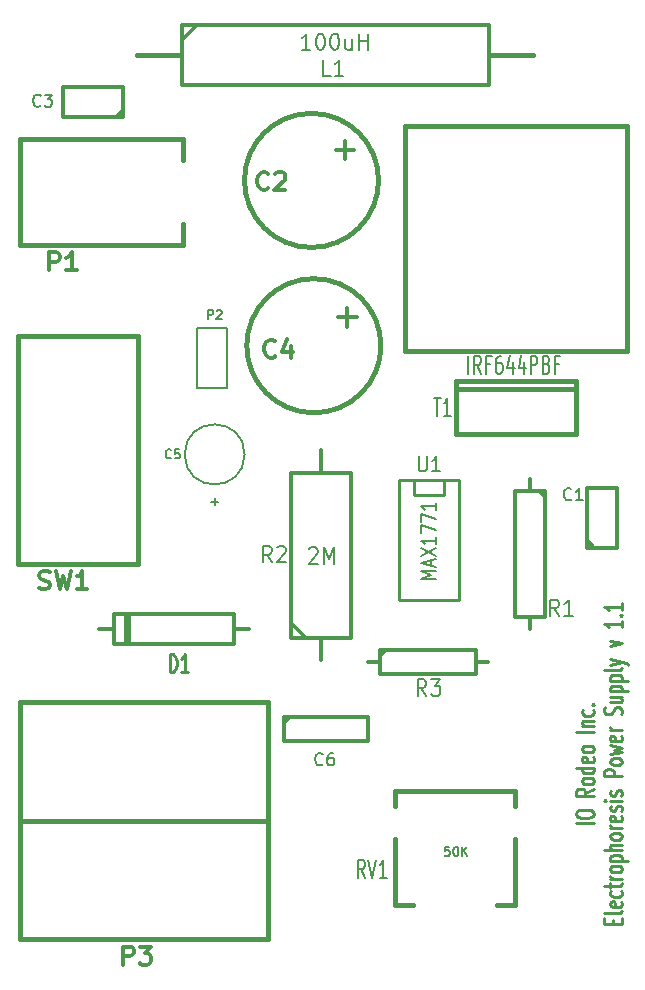
<source format=gto>
G04 (created by PCBNEW-RS274X (2011-nov-30)-testing) date Wed 20 Feb 2013 12:40:59 PM PST*
%MOIN*%
G04 Gerber Fmt 3.4, Leading zero omitted, Abs format*
%FSLAX34Y34*%
G01*
G70*
G90*
G04 APERTURE LIST*
%ADD10C,0.006*%
%ADD11C,0.01*%
%ADD12C,0.015*%
%ADD13C,0.012*%
%ADD14C,0.005*%
%ADD15C,0.008*%
%ADD16C,0.014*%
%ADD17C,0.0075*%
G04 APERTURE END LIST*
G54D10*
G54D11*
X53193Y-58821D02*
X52593Y-58821D01*
X52593Y-58555D02*
X52593Y-58478D01*
X52621Y-58440D01*
X52679Y-58402D01*
X52793Y-58383D01*
X52993Y-58383D01*
X53107Y-58402D01*
X53164Y-58440D01*
X53193Y-58478D01*
X53193Y-58555D01*
X53164Y-58593D01*
X53107Y-58631D01*
X52993Y-58650D01*
X52793Y-58650D01*
X52679Y-58631D01*
X52621Y-58593D01*
X52593Y-58555D01*
X53193Y-57678D02*
X52907Y-57812D01*
X53193Y-57907D02*
X52593Y-57907D01*
X52593Y-57754D01*
X52621Y-57716D01*
X52650Y-57697D01*
X52707Y-57678D01*
X52793Y-57678D01*
X52850Y-57697D01*
X52879Y-57716D01*
X52907Y-57754D01*
X52907Y-57907D01*
X53193Y-57450D02*
X53164Y-57488D01*
X53136Y-57507D01*
X53079Y-57526D01*
X52907Y-57526D01*
X52850Y-57507D01*
X52821Y-57488D01*
X52793Y-57450D01*
X52793Y-57392D01*
X52821Y-57354D01*
X52850Y-57335D01*
X52907Y-57316D01*
X53079Y-57316D01*
X53136Y-57335D01*
X53164Y-57354D01*
X53193Y-57392D01*
X53193Y-57450D01*
X53193Y-56973D02*
X52593Y-56973D01*
X53164Y-56973D02*
X53193Y-57011D01*
X53193Y-57088D01*
X53164Y-57126D01*
X53136Y-57145D01*
X53079Y-57164D01*
X52907Y-57164D01*
X52850Y-57145D01*
X52821Y-57126D01*
X52793Y-57088D01*
X52793Y-57011D01*
X52821Y-56973D01*
X53164Y-56630D02*
X53193Y-56668D01*
X53193Y-56745D01*
X53164Y-56783D01*
X53107Y-56802D01*
X52879Y-56802D01*
X52821Y-56783D01*
X52793Y-56745D01*
X52793Y-56668D01*
X52821Y-56630D01*
X52879Y-56611D01*
X52936Y-56611D01*
X52993Y-56802D01*
X53193Y-56383D02*
X53164Y-56421D01*
X53136Y-56440D01*
X53079Y-56459D01*
X52907Y-56459D01*
X52850Y-56440D01*
X52821Y-56421D01*
X52793Y-56383D01*
X52793Y-56325D01*
X52821Y-56287D01*
X52850Y-56268D01*
X52907Y-56249D01*
X53079Y-56249D01*
X53136Y-56268D01*
X53164Y-56287D01*
X53193Y-56325D01*
X53193Y-56383D01*
X53193Y-55773D02*
X52593Y-55773D01*
X52793Y-55583D02*
X53193Y-55583D01*
X52850Y-55583D02*
X52821Y-55564D01*
X52793Y-55526D01*
X52793Y-55468D01*
X52821Y-55430D01*
X52879Y-55411D01*
X53193Y-55411D01*
X53164Y-55049D02*
X53193Y-55087D01*
X53193Y-55164D01*
X53164Y-55202D01*
X53136Y-55221D01*
X53079Y-55240D01*
X52907Y-55240D01*
X52850Y-55221D01*
X52821Y-55202D01*
X52793Y-55164D01*
X52793Y-55087D01*
X52821Y-55049D01*
X53136Y-54878D02*
X53164Y-54859D01*
X53193Y-54878D01*
X53164Y-54897D01*
X53136Y-54878D01*
X53193Y-54878D01*
X53819Y-62176D02*
X53819Y-62042D01*
X54133Y-61985D02*
X54133Y-62176D01*
X53533Y-62176D01*
X53533Y-61985D01*
X54133Y-61757D02*
X54104Y-61795D01*
X54047Y-61814D01*
X53533Y-61814D01*
X54104Y-61451D02*
X54133Y-61489D01*
X54133Y-61566D01*
X54104Y-61604D01*
X54047Y-61623D01*
X53819Y-61623D01*
X53761Y-61604D01*
X53733Y-61566D01*
X53733Y-61489D01*
X53761Y-61451D01*
X53819Y-61432D01*
X53876Y-61432D01*
X53933Y-61623D01*
X54104Y-61089D02*
X54133Y-61127D01*
X54133Y-61204D01*
X54104Y-61242D01*
X54076Y-61261D01*
X54019Y-61280D01*
X53847Y-61280D01*
X53790Y-61261D01*
X53761Y-61242D01*
X53733Y-61204D01*
X53733Y-61127D01*
X53761Y-61089D01*
X53733Y-60975D02*
X53733Y-60823D01*
X53533Y-60918D02*
X54047Y-60918D01*
X54104Y-60899D01*
X54133Y-60861D01*
X54133Y-60823D01*
X54133Y-60689D02*
X53733Y-60689D01*
X53847Y-60689D02*
X53790Y-60670D01*
X53761Y-60651D01*
X53733Y-60613D01*
X53733Y-60574D01*
X54133Y-60384D02*
X54104Y-60422D01*
X54076Y-60441D01*
X54019Y-60460D01*
X53847Y-60460D01*
X53790Y-60441D01*
X53761Y-60422D01*
X53733Y-60384D01*
X53733Y-60326D01*
X53761Y-60288D01*
X53790Y-60269D01*
X53847Y-60250D01*
X54019Y-60250D01*
X54076Y-60269D01*
X54104Y-60288D01*
X54133Y-60326D01*
X54133Y-60384D01*
X53733Y-60079D02*
X54333Y-60079D01*
X53761Y-60079D02*
X53733Y-60041D01*
X53733Y-59964D01*
X53761Y-59926D01*
X53790Y-59907D01*
X53847Y-59888D01*
X54019Y-59888D01*
X54076Y-59907D01*
X54104Y-59926D01*
X54133Y-59964D01*
X54133Y-60041D01*
X54104Y-60079D01*
X54133Y-59717D02*
X53533Y-59717D01*
X54133Y-59545D02*
X53819Y-59545D01*
X53761Y-59564D01*
X53733Y-59602D01*
X53733Y-59660D01*
X53761Y-59698D01*
X53790Y-59717D01*
X54133Y-59298D02*
X54104Y-59336D01*
X54076Y-59355D01*
X54019Y-59374D01*
X53847Y-59374D01*
X53790Y-59355D01*
X53761Y-59336D01*
X53733Y-59298D01*
X53733Y-59240D01*
X53761Y-59202D01*
X53790Y-59183D01*
X53847Y-59164D01*
X54019Y-59164D01*
X54076Y-59183D01*
X54104Y-59202D01*
X54133Y-59240D01*
X54133Y-59298D01*
X54133Y-58993D02*
X53733Y-58993D01*
X53847Y-58993D02*
X53790Y-58974D01*
X53761Y-58955D01*
X53733Y-58917D01*
X53733Y-58878D01*
X54104Y-58592D02*
X54133Y-58630D01*
X54133Y-58707D01*
X54104Y-58745D01*
X54047Y-58764D01*
X53819Y-58764D01*
X53761Y-58745D01*
X53733Y-58707D01*
X53733Y-58630D01*
X53761Y-58592D01*
X53819Y-58573D01*
X53876Y-58573D01*
X53933Y-58764D01*
X54104Y-58421D02*
X54133Y-58383D01*
X54133Y-58307D01*
X54104Y-58268D01*
X54047Y-58249D01*
X54019Y-58249D01*
X53961Y-58268D01*
X53933Y-58307D01*
X53933Y-58364D01*
X53904Y-58402D01*
X53847Y-58421D01*
X53819Y-58421D01*
X53761Y-58402D01*
X53733Y-58364D01*
X53733Y-58307D01*
X53761Y-58268D01*
X54133Y-58078D02*
X53733Y-58078D01*
X53533Y-58078D02*
X53561Y-58097D01*
X53590Y-58078D01*
X53561Y-58059D01*
X53533Y-58078D01*
X53590Y-58078D01*
X54104Y-57907D02*
X54133Y-57869D01*
X54133Y-57793D01*
X54104Y-57754D01*
X54047Y-57735D01*
X54019Y-57735D01*
X53961Y-57754D01*
X53933Y-57793D01*
X53933Y-57850D01*
X53904Y-57888D01*
X53847Y-57907D01*
X53819Y-57907D01*
X53761Y-57888D01*
X53733Y-57850D01*
X53733Y-57793D01*
X53761Y-57754D01*
X54133Y-57259D02*
X53533Y-57259D01*
X53533Y-57106D01*
X53561Y-57068D01*
X53590Y-57049D01*
X53647Y-57030D01*
X53733Y-57030D01*
X53790Y-57049D01*
X53819Y-57068D01*
X53847Y-57106D01*
X53847Y-57259D01*
X54133Y-56802D02*
X54104Y-56840D01*
X54076Y-56859D01*
X54019Y-56878D01*
X53847Y-56878D01*
X53790Y-56859D01*
X53761Y-56840D01*
X53733Y-56802D01*
X53733Y-56744D01*
X53761Y-56706D01*
X53790Y-56687D01*
X53847Y-56668D01*
X54019Y-56668D01*
X54076Y-56687D01*
X54104Y-56706D01*
X54133Y-56744D01*
X54133Y-56802D01*
X53733Y-56535D02*
X54133Y-56459D01*
X53847Y-56382D01*
X54133Y-56306D01*
X53733Y-56230D01*
X54104Y-55925D02*
X54133Y-55963D01*
X54133Y-56040D01*
X54104Y-56078D01*
X54047Y-56097D01*
X53819Y-56097D01*
X53761Y-56078D01*
X53733Y-56040D01*
X53733Y-55963D01*
X53761Y-55925D01*
X53819Y-55906D01*
X53876Y-55906D01*
X53933Y-56097D01*
X54133Y-55735D02*
X53733Y-55735D01*
X53847Y-55735D02*
X53790Y-55716D01*
X53761Y-55697D01*
X53733Y-55659D01*
X53733Y-55620D01*
X54104Y-55201D02*
X54133Y-55144D01*
X54133Y-55048D01*
X54104Y-55010D01*
X54076Y-54991D01*
X54019Y-54972D01*
X53961Y-54972D01*
X53904Y-54991D01*
X53876Y-55010D01*
X53847Y-55048D01*
X53819Y-55125D01*
X53790Y-55163D01*
X53761Y-55182D01*
X53704Y-55201D01*
X53647Y-55201D01*
X53590Y-55182D01*
X53561Y-55163D01*
X53533Y-55125D01*
X53533Y-55029D01*
X53561Y-54972D01*
X53733Y-54629D02*
X54133Y-54629D01*
X53733Y-54801D02*
X54047Y-54801D01*
X54104Y-54782D01*
X54133Y-54744D01*
X54133Y-54686D01*
X54104Y-54648D01*
X54076Y-54629D01*
X53733Y-54439D02*
X54333Y-54439D01*
X53761Y-54439D02*
X53733Y-54401D01*
X53733Y-54324D01*
X53761Y-54286D01*
X53790Y-54267D01*
X53847Y-54248D01*
X54019Y-54248D01*
X54076Y-54267D01*
X54104Y-54286D01*
X54133Y-54324D01*
X54133Y-54401D01*
X54104Y-54439D01*
X53733Y-54077D02*
X54333Y-54077D01*
X53761Y-54077D02*
X53733Y-54039D01*
X53733Y-53962D01*
X53761Y-53924D01*
X53790Y-53905D01*
X53847Y-53886D01*
X54019Y-53886D01*
X54076Y-53905D01*
X54104Y-53924D01*
X54133Y-53962D01*
X54133Y-54039D01*
X54104Y-54077D01*
X54133Y-53658D02*
X54104Y-53696D01*
X54047Y-53715D01*
X53533Y-53715D01*
X53733Y-53543D02*
X54133Y-53448D01*
X53733Y-53352D02*
X54133Y-53448D01*
X54276Y-53486D01*
X54304Y-53505D01*
X54333Y-53543D01*
X53733Y-52933D02*
X54133Y-52838D01*
X53733Y-52742D01*
X54133Y-52075D02*
X54133Y-52304D01*
X54133Y-52190D02*
X53533Y-52190D01*
X53619Y-52228D01*
X53676Y-52266D01*
X53704Y-52304D01*
X54076Y-51904D02*
X54104Y-51885D01*
X54133Y-51904D01*
X54104Y-51923D01*
X54076Y-51904D01*
X54133Y-51904D01*
X54133Y-51504D02*
X54133Y-51733D01*
X54133Y-51619D02*
X53533Y-51619D01*
X53619Y-51657D01*
X53676Y-51695D01*
X53704Y-51733D01*
G54D12*
X37984Y-42578D02*
X37984Y-50178D01*
X37984Y-50178D02*
X33984Y-50178D01*
X33984Y-50178D02*
X33984Y-42578D01*
X33984Y-42578D02*
X37984Y-42578D01*
G54D10*
X40972Y-44307D02*
X39972Y-44307D01*
X39972Y-44307D02*
X39972Y-42307D01*
X39972Y-42307D02*
X40972Y-42307D01*
X40972Y-42307D02*
X40972Y-44307D01*
G54D11*
X48200Y-47400D02*
X48200Y-47900D01*
X48200Y-47900D02*
X47200Y-47900D01*
X47200Y-47900D02*
X47200Y-47400D01*
X48700Y-47400D02*
X48700Y-51400D01*
X48700Y-51400D02*
X46700Y-51400D01*
X46700Y-51400D02*
X46700Y-47400D01*
X46700Y-47400D02*
X48700Y-47400D01*
G54D12*
X39500Y-38863D02*
X39500Y-39572D01*
X39500Y-39572D02*
X34067Y-39572D01*
X34067Y-39572D02*
X34067Y-36068D01*
X34067Y-36068D02*
X34067Y-36028D01*
X34067Y-36028D02*
X39500Y-36028D01*
X39500Y-36028D02*
X39500Y-36737D01*
X46016Y-37402D02*
G75*
G03X46016Y-37402I-2236J0D01*
G74*
G01*
X46094Y-42913D02*
G75*
G03X46094Y-42913I-2236J0D01*
G74*
G01*
G54D13*
X42850Y-55300D02*
X45650Y-55300D01*
X45650Y-55300D02*
X45650Y-56100D01*
X45650Y-56100D02*
X42850Y-56100D01*
X42850Y-56100D02*
X42850Y-55300D01*
X42850Y-55500D02*
X43050Y-55300D01*
G54D14*
X41552Y-46535D02*
G75*
G03X41552Y-46535I-1001J0D01*
G74*
G01*
G54D13*
X37480Y-35300D02*
X35500Y-35300D01*
X35500Y-35300D02*
X35500Y-34300D01*
X35500Y-34300D02*
X37500Y-34300D01*
X37500Y-34300D02*
X37500Y-35300D01*
X37500Y-35050D02*
X37250Y-35300D01*
X52950Y-49630D02*
X52950Y-47650D01*
X52950Y-47650D02*
X53950Y-47650D01*
X53950Y-47650D02*
X53950Y-49650D01*
X53950Y-49650D02*
X52950Y-49650D01*
X53200Y-49650D02*
X52950Y-49400D01*
X45650Y-53450D02*
X46050Y-53450D01*
X46050Y-53450D02*
X46050Y-53050D01*
X46050Y-53050D02*
X49250Y-53050D01*
X49250Y-53050D02*
X49250Y-53850D01*
X49250Y-53850D02*
X46050Y-53850D01*
X46050Y-53850D02*
X46050Y-53450D01*
X46050Y-53250D02*
X46250Y-53050D01*
X49650Y-53450D02*
X49250Y-53450D01*
X36713Y-52362D02*
X37213Y-52362D01*
X37213Y-52362D02*
X37213Y-52862D01*
X37213Y-52862D02*
X41213Y-52862D01*
X41213Y-52862D02*
X41213Y-52362D01*
X41213Y-52362D02*
X41713Y-52362D01*
X41213Y-52362D02*
X41213Y-51862D01*
X41213Y-51862D02*
X37213Y-51862D01*
X37213Y-51862D02*
X37213Y-52362D01*
X37713Y-52862D02*
X37713Y-51862D01*
X37613Y-52862D02*
X37613Y-51862D01*
X44100Y-53400D02*
X44100Y-53400D01*
X44100Y-53400D02*
X44100Y-53400D01*
X44100Y-47150D02*
X44100Y-46400D01*
X44100Y-46400D02*
X44100Y-46400D01*
X45100Y-47150D02*
X45100Y-52650D01*
X43100Y-52650D02*
X43100Y-47150D01*
X43600Y-52650D02*
X43100Y-52150D01*
X43100Y-47150D02*
X45100Y-47150D01*
X43100Y-52650D02*
X45100Y-52650D01*
X44100Y-53400D02*
X44100Y-52650D01*
X51050Y-47350D02*
X51050Y-47750D01*
X51050Y-52350D02*
X51050Y-51950D01*
X51550Y-51950D02*
X50550Y-51950D01*
X50550Y-51950D02*
X50550Y-47750D01*
X50550Y-47750D02*
X51550Y-47750D01*
X51550Y-47750D02*
X51550Y-51950D01*
X51350Y-47750D02*
X51550Y-47950D01*
G54D12*
X39417Y-33228D02*
X37967Y-33228D01*
X49767Y-33228D02*
X51167Y-33228D01*
G54D13*
X49685Y-34228D02*
X39449Y-34228D01*
X39449Y-32228D02*
X49685Y-32228D01*
X39455Y-32728D02*
X39955Y-32228D01*
X49685Y-32228D02*
X49685Y-34228D01*
X39449Y-32228D02*
X39449Y-34228D01*
G54D12*
X34055Y-58740D02*
X42323Y-58740D01*
X34055Y-54803D02*
X34055Y-62677D01*
X42323Y-54803D02*
X42323Y-62677D01*
X34055Y-54803D02*
X42323Y-54803D01*
X42323Y-62677D02*
X34055Y-62677D01*
X54300Y-35600D02*
X46900Y-35600D01*
X54300Y-43100D02*
X54300Y-35600D01*
X46900Y-43100D02*
X46900Y-35600D01*
X46900Y-43100D02*
X54300Y-43100D01*
X48600Y-44350D02*
X48600Y-44100D01*
X48600Y-44100D02*
X52600Y-44100D01*
X52600Y-44100D02*
X52600Y-44350D01*
X48600Y-45850D02*
X48600Y-44350D01*
X48600Y-44350D02*
X52600Y-44350D01*
X52600Y-44350D02*
X52600Y-45850D01*
X52600Y-45850D02*
X48600Y-45850D01*
X50580Y-59570D02*
X50580Y-59370D01*
X50580Y-58070D02*
X50580Y-58270D01*
X46580Y-58070D02*
X46580Y-58270D01*
X46580Y-59570D02*
X46580Y-59370D01*
X47080Y-61570D02*
X47180Y-61570D01*
X46580Y-59570D02*
X46580Y-61570D01*
X46580Y-61570D02*
X47080Y-61570D01*
X50580Y-58070D02*
X50580Y-57770D01*
X50580Y-57770D02*
X46580Y-57770D01*
X46580Y-57770D02*
X46580Y-58070D01*
X49980Y-61570D02*
X50580Y-61570D01*
X50580Y-61570D02*
X50580Y-59570D01*
G54D13*
X34712Y-51001D02*
X34798Y-51030D01*
X34941Y-51030D01*
X34998Y-51001D01*
X35027Y-50973D01*
X35055Y-50916D01*
X35055Y-50858D01*
X35027Y-50801D01*
X34998Y-50773D01*
X34941Y-50744D01*
X34827Y-50716D01*
X34769Y-50687D01*
X34741Y-50658D01*
X34712Y-50601D01*
X34712Y-50544D01*
X34741Y-50487D01*
X34769Y-50458D01*
X34827Y-50430D01*
X34969Y-50430D01*
X35055Y-50458D01*
X35255Y-50430D02*
X35398Y-51030D01*
X35512Y-50601D01*
X35626Y-51030D01*
X35769Y-50430D01*
X36312Y-51030D02*
X35969Y-51030D01*
X36141Y-51030D02*
X36141Y-50430D01*
X36084Y-50516D01*
X36026Y-50573D01*
X35969Y-50601D01*
G54D10*
X40328Y-42021D02*
X40328Y-41721D01*
X40443Y-41721D01*
X40471Y-41736D01*
X40486Y-41750D01*
X40500Y-41779D01*
X40500Y-41821D01*
X40486Y-41850D01*
X40471Y-41864D01*
X40443Y-41879D01*
X40328Y-41879D01*
X40614Y-41750D02*
X40628Y-41736D01*
X40657Y-41721D01*
X40728Y-41721D01*
X40757Y-41736D01*
X40771Y-41750D01*
X40786Y-41779D01*
X40786Y-41807D01*
X40771Y-41850D01*
X40600Y-42021D01*
X40786Y-42021D01*
G54D15*
X47357Y-46602D02*
X47357Y-47007D01*
X47379Y-47055D01*
X47400Y-47079D01*
X47443Y-47102D01*
X47529Y-47102D01*
X47571Y-47079D01*
X47593Y-47055D01*
X47614Y-47007D01*
X47614Y-46602D01*
X48064Y-47102D02*
X47807Y-47102D01*
X47935Y-47102D02*
X47935Y-46602D01*
X47892Y-46674D01*
X47850Y-46721D01*
X47807Y-46745D01*
X47922Y-50691D02*
X47422Y-50691D01*
X47780Y-50557D01*
X47422Y-50424D01*
X47922Y-50424D01*
X47780Y-50253D02*
X47780Y-50062D01*
X47922Y-50291D02*
X47422Y-50158D01*
X47922Y-50024D01*
X47422Y-49929D02*
X47922Y-49662D01*
X47422Y-49662D02*
X47922Y-49929D01*
X47922Y-49300D02*
X47922Y-49529D01*
X47922Y-49415D02*
X47422Y-49415D01*
X47494Y-49453D01*
X47541Y-49491D01*
X47565Y-49529D01*
X47422Y-49167D02*
X47422Y-48900D01*
X47922Y-49072D01*
X47422Y-48786D02*
X47422Y-48519D01*
X47922Y-48691D01*
X47922Y-48157D02*
X47922Y-48386D01*
X47922Y-48272D02*
X47422Y-48272D01*
X47494Y-48310D01*
X47541Y-48348D01*
X47565Y-48386D01*
G54D13*
X35042Y-40405D02*
X35042Y-39805D01*
X35270Y-39805D01*
X35328Y-39833D01*
X35356Y-39862D01*
X35385Y-39919D01*
X35385Y-40005D01*
X35356Y-40062D01*
X35328Y-40091D01*
X35270Y-40119D01*
X35042Y-40119D01*
X35956Y-40405D02*
X35613Y-40405D01*
X35785Y-40405D02*
X35785Y-39805D01*
X35728Y-39891D01*
X35670Y-39948D01*
X35613Y-39976D01*
X42342Y-37666D02*
X42313Y-37694D01*
X42227Y-37723D01*
X42170Y-37723D01*
X42085Y-37694D01*
X42027Y-37637D01*
X41999Y-37580D01*
X41970Y-37466D01*
X41970Y-37380D01*
X41999Y-37266D01*
X42027Y-37209D01*
X42085Y-37151D01*
X42170Y-37123D01*
X42227Y-37123D01*
X42313Y-37151D01*
X42342Y-37180D01*
X42570Y-37180D02*
X42599Y-37151D01*
X42656Y-37123D01*
X42799Y-37123D01*
X42856Y-37151D01*
X42885Y-37180D01*
X42913Y-37237D01*
X42913Y-37294D01*
X42885Y-37380D01*
X42542Y-37723D01*
X42913Y-37723D01*
G54D16*
X44901Y-36683D02*
X44901Y-36073D01*
X45206Y-36378D02*
X44596Y-36378D01*
G54D13*
X42578Y-43257D02*
X42549Y-43285D01*
X42463Y-43314D01*
X42406Y-43314D01*
X42321Y-43285D01*
X42263Y-43228D01*
X42235Y-43171D01*
X42206Y-43057D01*
X42206Y-42971D01*
X42235Y-42857D01*
X42263Y-42800D01*
X42321Y-42742D01*
X42406Y-42714D01*
X42463Y-42714D01*
X42549Y-42742D01*
X42578Y-42771D01*
X43092Y-42914D02*
X43092Y-43314D01*
X42949Y-42685D02*
X42806Y-43114D01*
X43178Y-43114D01*
G54D16*
X44980Y-42274D02*
X44980Y-41664D01*
X45285Y-41969D02*
X44675Y-41969D01*
G54D15*
X44152Y-56858D02*
X44133Y-56877D01*
X44076Y-56896D01*
X44038Y-56896D01*
X43980Y-56877D01*
X43942Y-56839D01*
X43923Y-56801D01*
X43904Y-56724D01*
X43904Y-56667D01*
X43923Y-56591D01*
X43942Y-56553D01*
X43980Y-56515D01*
X44038Y-56496D01*
X44076Y-56496D01*
X44133Y-56515D01*
X44152Y-56534D01*
X44495Y-56496D02*
X44418Y-56496D01*
X44380Y-56515D01*
X44361Y-56534D01*
X44323Y-56591D01*
X44304Y-56667D01*
X44304Y-56820D01*
X44323Y-56858D01*
X44342Y-56877D01*
X44380Y-56896D01*
X44457Y-56896D01*
X44495Y-56877D01*
X44514Y-56858D01*
X44533Y-56820D01*
X44533Y-56724D01*
X44514Y-56686D01*
X44495Y-56667D01*
X44457Y-56648D01*
X44380Y-56648D01*
X44342Y-56667D01*
X44323Y-56686D01*
X44304Y-56724D01*
G54D14*
X39100Y-46643D02*
X39086Y-46657D01*
X39043Y-46671D01*
X39014Y-46671D01*
X38971Y-46657D01*
X38943Y-46629D01*
X38928Y-46600D01*
X38914Y-46543D01*
X38914Y-46500D01*
X38928Y-46443D01*
X38943Y-46414D01*
X38971Y-46386D01*
X39014Y-46371D01*
X39043Y-46371D01*
X39086Y-46386D01*
X39100Y-46400D01*
X39371Y-46371D02*
X39228Y-46371D01*
X39214Y-46514D01*
X39228Y-46500D01*
X39257Y-46486D01*
X39328Y-46486D01*
X39357Y-46500D01*
X39371Y-46514D01*
X39386Y-46543D01*
X39386Y-46614D01*
X39371Y-46643D01*
X39357Y-46657D01*
X39328Y-46671D01*
X39257Y-46671D01*
X39228Y-46657D01*
X39214Y-46643D01*
G54D17*
X40558Y-48224D02*
X40558Y-47995D01*
X40672Y-48109D02*
X40444Y-48109D01*
G54D15*
X34748Y-34905D02*
X34729Y-34924D01*
X34672Y-34943D01*
X34634Y-34943D01*
X34576Y-34924D01*
X34538Y-34886D01*
X34519Y-34848D01*
X34500Y-34771D01*
X34500Y-34714D01*
X34519Y-34638D01*
X34538Y-34600D01*
X34576Y-34562D01*
X34634Y-34543D01*
X34672Y-34543D01*
X34729Y-34562D01*
X34748Y-34581D01*
X34881Y-34543D02*
X35129Y-34543D01*
X34995Y-34695D01*
X35053Y-34695D01*
X35091Y-34714D01*
X35110Y-34733D01*
X35129Y-34771D01*
X35129Y-34867D01*
X35110Y-34905D01*
X35091Y-34924D01*
X35053Y-34943D01*
X34938Y-34943D01*
X34900Y-34924D01*
X34881Y-34905D01*
X52434Y-48024D02*
X52415Y-48043D01*
X52358Y-48062D01*
X52320Y-48062D01*
X52262Y-48043D01*
X52224Y-48005D01*
X52205Y-47967D01*
X52186Y-47890D01*
X52186Y-47833D01*
X52205Y-47757D01*
X52224Y-47719D01*
X52262Y-47681D01*
X52320Y-47662D01*
X52358Y-47662D01*
X52415Y-47681D01*
X52434Y-47700D01*
X52815Y-48062D02*
X52586Y-48062D01*
X52700Y-48062D02*
X52700Y-47662D01*
X52662Y-47719D01*
X52624Y-47757D01*
X52586Y-47776D01*
X47600Y-54585D02*
X47433Y-54323D01*
X47314Y-54585D02*
X47314Y-54035D01*
X47505Y-54035D01*
X47552Y-54061D01*
X47576Y-54087D01*
X47600Y-54139D01*
X47600Y-54218D01*
X47576Y-54270D01*
X47552Y-54297D01*
X47505Y-54323D01*
X47314Y-54323D01*
X47766Y-54035D02*
X48076Y-54035D01*
X47909Y-54244D01*
X47981Y-54244D01*
X48028Y-54270D01*
X48052Y-54297D01*
X48076Y-54349D01*
X48076Y-54480D01*
X48052Y-54532D01*
X48028Y-54558D01*
X47981Y-54585D01*
X47838Y-54585D01*
X47790Y-54558D01*
X47766Y-54532D01*
G54D11*
X39055Y-53793D02*
X39055Y-53193D01*
X39150Y-53193D01*
X39208Y-53221D01*
X39246Y-53279D01*
X39265Y-53336D01*
X39284Y-53450D01*
X39284Y-53536D01*
X39265Y-53650D01*
X39246Y-53707D01*
X39208Y-53764D01*
X39150Y-53793D01*
X39055Y-53793D01*
X39665Y-53793D02*
X39436Y-53793D01*
X39550Y-53793D02*
X39550Y-53193D01*
X39512Y-53279D01*
X39474Y-53336D01*
X39436Y-53364D01*
G54D13*
G54D15*
X42451Y-50136D02*
X42284Y-49874D01*
X42165Y-50136D02*
X42165Y-49586D01*
X42356Y-49586D01*
X42403Y-49612D01*
X42427Y-49638D01*
X42451Y-49690D01*
X42451Y-49769D01*
X42427Y-49821D01*
X42403Y-49848D01*
X42356Y-49874D01*
X42165Y-49874D01*
X42641Y-49638D02*
X42665Y-49612D01*
X42713Y-49586D01*
X42832Y-49586D01*
X42879Y-49612D01*
X42903Y-49638D01*
X42927Y-49690D01*
X42927Y-49743D01*
X42903Y-49821D01*
X42617Y-50136D01*
X42927Y-50136D01*
X43706Y-49688D02*
X43730Y-49662D01*
X43778Y-49636D01*
X43897Y-49636D01*
X43944Y-49662D01*
X43968Y-49688D01*
X43992Y-49740D01*
X43992Y-49793D01*
X43968Y-49871D01*
X43682Y-50186D01*
X43992Y-50186D01*
X44206Y-50186D02*
X44206Y-49636D01*
X44373Y-50028D01*
X44539Y-49636D01*
X44539Y-50186D01*
X52017Y-51923D02*
X51850Y-51661D01*
X51731Y-51923D02*
X51731Y-51373D01*
X51922Y-51373D01*
X51969Y-51399D01*
X51993Y-51425D01*
X52017Y-51477D01*
X52017Y-51556D01*
X51993Y-51608D01*
X51969Y-51635D01*
X51922Y-51661D01*
X51731Y-51661D01*
X52493Y-51923D02*
X52207Y-51923D01*
X52350Y-51923D02*
X52350Y-51373D01*
X52302Y-51451D01*
X52255Y-51504D01*
X52207Y-51530D01*
X44417Y-33923D02*
X44179Y-33923D01*
X44179Y-33373D01*
X44846Y-33923D02*
X44560Y-33923D01*
X44703Y-33923D02*
X44703Y-33373D01*
X44655Y-33451D01*
X44608Y-33504D01*
X44560Y-33530D01*
X43746Y-33057D02*
X43460Y-33057D01*
X43603Y-33057D02*
X43603Y-32507D01*
X43555Y-32585D01*
X43508Y-32638D01*
X43460Y-32664D01*
X44055Y-32507D02*
X44103Y-32507D01*
X44151Y-32533D01*
X44174Y-32559D01*
X44198Y-32611D01*
X44222Y-32716D01*
X44222Y-32847D01*
X44198Y-32952D01*
X44174Y-33004D01*
X44151Y-33030D01*
X44103Y-33057D01*
X44055Y-33057D01*
X44008Y-33030D01*
X43984Y-33004D01*
X43960Y-32952D01*
X43936Y-32847D01*
X43936Y-32716D01*
X43960Y-32611D01*
X43984Y-32559D01*
X44008Y-32533D01*
X44055Y-32507D01*
X44531Y-32507D02*
X44579Y-32507D01*
X44627Y-32533D01*
X44650Y-32559D01*
X44674Y-32611D01*
X44698Y-32716D01*
X44698Y-32847D01*
X44674Y-32952D01*
X44650Y-33004D01*
X44627Y-33030D01*
X44579Y-33057D01*
X44531Y-33057D01*
X44484Y-33030D01*
X44460Y-33004D01*
X44436Y-32952D01*
X44412Y-32847D01*
X44412Y-32716D01*
X44436Y-32611D01*
X44460Y-32559D01*
X44484Y-32533D01*
X44531Y-32507D01*
X45126Y-32690D02*
X45126Y-33057D01*
X44912Y-32690D02*
X44912Y-32978D01*
X44936Y-33030D01*
X44983Y-33057D01*
X45055Y-33057D01*
X45103Y-33030D01*
X45126Y-33004D01*
X45364Y-33057D02*
X45364Y-32507D01*
X45364Y-32769D02*
X45650Y-32769D01*
X45650Y-33057D02*
X45650Y-32507D01*
G54D13*
X37508Y-63543D02*
X37508Y-62943D01*
X37736Y-62943D01*
X37794Y-62971D01*
X37822Y-63000D01*
X37851Y-63057D01*
X37851Y-63143D01*
X37822Y-63200D01*
X37794Y-63229D01*
X37736Y-63257D01*
X37508Y-63257D01*
X38051Y-62943D02*
X38422Y-62943D01*
X38222Y-63171D01*
X38308Y-63171D01*
X38365Y-63200D01*
X38394Y-63229D01*
X38422Y-63286D01*
X38422Y-63429D01*
X38394Y-63486D01*
X38365Y-63514D01*
X38308Y-63543D01*
X38136Y-63543D01*
X38079Y-63514D01*
X38051Y-63486D01*
G54D15*
X47854Y-44664D02*
X48083Y-44664D01*
X47968Y-45264D02*
X47968Y-44664D01*
X48426Y-45264D02*
X48197Y-45264D01*
X48311Y-45264D02*
X48311Y-44664D01*
X48273Y-44750D01*
X48235Y-44807D01*
X48197Y-44835D01*
X49008Y-43847D02*
X49008Y-43247D01*
X49427Y-43847D02*
X49293Y-43561D01*
X49198Y-43847D02*
X49198Y-43247D01*
X49351Y-43247D01*
X49389Y-43275D01*
X49408Y-43304D01*
X49427Y-43361D01*
X49427Y-43447D01*
X49408Y-43504D01*
X49389Y-43533D01*
X49351Y-43561D01*
X49198Y-43561D01*
X49732Y-43533D02*
X49598Y-43533D01*
X49598Y-43847D02*
X49598Y-43247D01*
X49789Y-43247D01*
X50113Y-43247D02*
X50036Y-43247D01*
X49998Y-43275D01*
X49979Y-43304D01*
X49941Y-43390D01*
X49922Y-43504D01*
X49922Y-43733D01*
X49941Y-43790D01*
X49960Y-43818D01*
X49998Y-43847D01*
X50075Y-43847D01*
X50113Y-43818D01*
X50132Y-43790D01*
X50151Y-43733D01*
X50151Y-43590D01*
X50132Y-43533D01*
X50113Y-43504D01*
X50075Y-43475D01*
X49998Y-43475D01*
X49960Y-43504D01*
X49941Y-43533D01*
X49922Y-43590D01*
X50494Y-43447D02*
X50494Y-43847D01*
X50398Y-43218D02*
X50303Y-43647D01*
X50551Y-43647D01*
X50875Y-43447D02*
X50875Y-43847D01*
X50779Y-43218D02*
X50684Y-43647D01*
X50932Y-43647D01*
X51084Y-43847D02*
X51084Y-43247D01*
X51237Y-43247D01*
X51275Y-43275D01*
X51294Y-43304D01*
X51313Y-43361D01*
X51313Y-43447D01*
X51294Y-43504D01*
X51275Y-43533D01*
X51237Y-43561D01*
X51084Y-43561D01*
X51618Y-43533D02*
X51675Y-43561D01*
X51694Y-43590D01*
X51713Y-43647D01*
X51713Y-43733D01*
X51694Y-43790D01*
X51675Y-43818D01*
X51637Y-43847D01*
X51484Y-43847D01*
X51484Y-43247D01*
X51618Y-43247D01*
X51656Y-43275D01*
X51675Y-43304D01*
X51694Y-43361D01*
X51694Y-43418D01*
X51675Y-43475D01*
X51656Y-43504D01*
X51618Y-43533D01*
X51484Y-43533D01*
X52018Y-43533D02*
X51884Y-43533D01*
X51884Y-43847D02*
X51884Y-43247D01*
X52075Y-43247D01*
X45562Y-60643D02*
X45428Y-60357D01*
X45333Y-60643D02*
X45333Y-60043D01*
X45486Y-60043D01*
X45524Y-60071D01*
X45543Y-60100D01*
X45562Y-60157D01*
X45562Y-60243D01*
X45543Y-60300D01*
X45524Y-60329D01*
X45486Y-60357D01*
X45333Y-60357D01*
X45676Y-60043D02*
X45809Y-60643D01*
X45943Y-60043D01*
X46286Y-60643D02*
X46057Y-60643D01*
X46171Y-60643D02*
X46171Y-60043D01*
X46133Y-60129D01*
X46095Y-60186D01*
X46057Y-60214D01*
G54D14*
X48378Y-59621D02*
X48235Y-59621D01*
X48221Y-59764D01*
X48235Y-59750D01*
X48264Y-59736D01*
X48335Y-59736D01*
X48364Y-59750D01*
X48378Y-59764D01*
X48393Y-59793D01*
X48393Y-59864D01*
X48378Y-59893D01*
X48364Y-59907D01*
X48335Y-59921D01*
X48264Y-59921D01*
X48235Y-59907D01*
X48221Y-59893D01*
X48579Y-59621D02*
X48607Y-59621D01*
X48636Y-59636D01*
X48650Y-59650D01*
X48664Y-59679D01*
X48679Y-59736D01*
X48679Y-59807D01*
X48664Y-59864D01*
X48650Y-59893D01*
X48636Y-59907D01*
X48607Y-59921D01*
X48579Y-59921D01*
X48550Y-59907D01*
X48536Y-59893D01*
X48521Y-59864D01*
X48507Y-59807D01*
X48507Y-59736D01*
X48521Y-59679D01*
X48536Y-59650D01*
X48550Y-59636D01*
X48579Y-59621D01*
X48807Y-59921D02*
X48807Y-59621D01*
X48979Y-59921D02*
X48850Y-59750D01*
X48979Y-59621D02*
X48807Y-59793D01*
M02*

</source>
